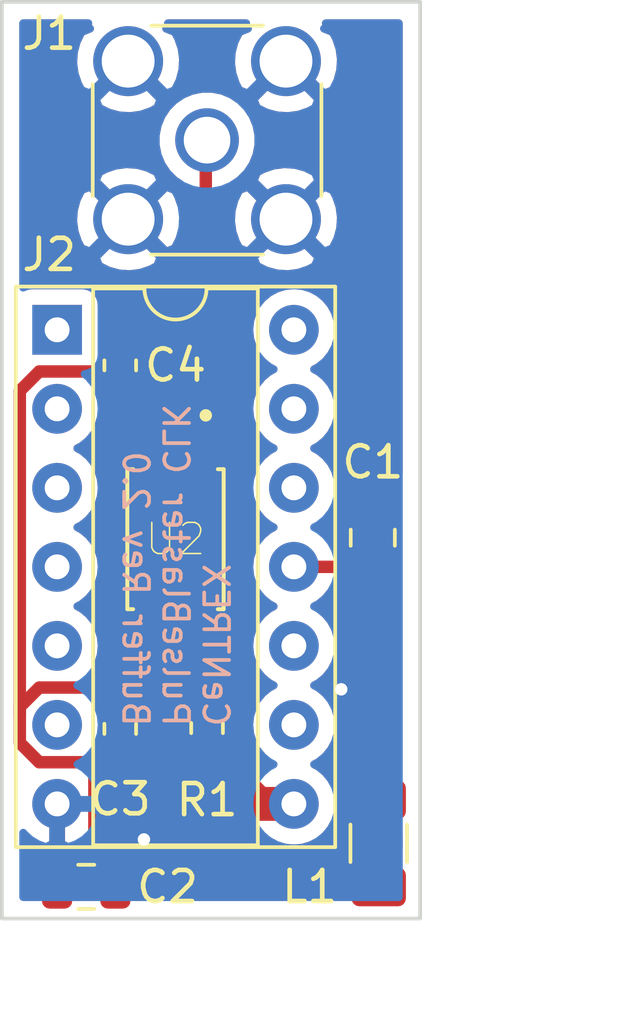
<source format=kicad_pcb>
(kicad_pcb (version 20171130) (host pcbnew "(5.1.4)-1")

  (general
    (thickness 1.6)
    (drawings 7)
    (tracks 34)
    (zones 0)
    (modules 9)
    (nets 19)
  )

  (page A4)
  (layers
    (0 F.Cu signal)
    (31 B.Cu signal)
    (32 B.Adhes user)
    (33 F.Adhes user)
    (34 B.Paste user)
    (35 F.Paste user)
    (36 B.SilkS user)
    (37 F.SilkS user)
    (38 B.Mask user)
    (39 F.Mask user)
    (40 Dwgs.User user)
    (41 Cmts.User user)
    (42 Eco1.User user)
    (43 Eco2.User user)
    (44 Edge.Cuts user)
    (45 Margin user)
    (46 B.CrtYd user)
    (47 F.CrtYd user)
    (48 B.Fab user)
    (49 F.Fab user hide)
  )

  (setup
    (last_trace_width 0.25)
    (trace_clearance 0.2)
    (zone_clearance 0.5)
    (zone_45_only no)
    (trace_min 0.2)
    (via_size 0.8)
    (via_drill 0.4)
    (via_min_size 0.4)
    (via_min_drill 0.3)
    (uvia_size 0.3)
    (uvia_drill 0.1)
    (uvias_allowed no)
    (uvia_min_size 0.2)
    (uvia_min_drill 0.1)
    (edge_width 0.12)
    (segment_width 0.2)
    (pcb_text_width 0.3)
    (pcb_text_size 1.5 1.5)
    (mod_edge_width 0.12)
    (mod_text_size 1 1)
    (mod_text_width 0.15)
    (pad_size 1.524 1.524)
    (pad_drill 0.762)
    (pad_to_mask_clearance 0.2)
    (aux_axis_origin 0 0)
    (visible_elements 7FFFFFFF)
    (pcbplotparams
      (layerselection 0x010fc_ffffffff)
      (usegerberextensions false)
      (usegerberattributes false)
      (usegerberadvancedattributes false)
      (creategerberjobfile false)
      (excludeedgelayer true)
      (linewidth 0.100000)
      (plotframeref false)
      (viasonmask false)
      (mode 1)
      (useauxorigin false)
      (hpglpennumber 1)
      (hpglpenspeed 20)
      (hpglpendiameter 15.000000)
      (psnegative false)
      (psa4output false)
      (plotreference true)
      (plotvalue true)
      (plotinvisibletext false)
      (padsonsilk false)
      (subtractmaskfromsilk false)
      (outputformat 1)
      (mirror false)
      (drillshape 0)
      (scaleselection 1)
      (outputdirectory "gerber/"))
  )

  (net 0 "")
  (net 1 GND)
  (net 2 VCC)
  (net 3 VD)
  (net 4 Clock_input)
  (net 5 "Net-(J2-Pad13)")
  (net 6 "Net-(J2-Pad6)")
  (net 7 "Net-(J2-Pad12)")
  (net 8 "Net-(J2-Pad5)")
  (net 9 D3.3V)
  (net 10 "Net-(J2-Pad4)")
  (net 11 "Net-(J2-Pad10)")
  (net 12 "Net-(J2-Pad3)")
  (net 13 "Net-(J2-Pad9)")
  (net 14 "Net-(J2-Pad2)")
  (net 15 Master_clock)
  (net 16 "Net-(J2-Pad1)")
  (net 17 "Net-(U2-Pad3)")
  (net 18 "Net-(R1-Pad2)")

  (net_class Default "This is the default net class."
    (clearance 0.2)
    (trace_width 0.25)
    (via_dia 0.8)
    (via_drill 0.4)
    (uvia_dia 0.3)
    (uvia_drill 0.1)
    (add_net Clock_input)
    (add_net D3.3V)
    (add_net GND)
    (add_net Master_clock)
    (add_net "Net-(J2-Pad1)")
    (add_net "Net-(J2-Pad10)")
    (add_net "Net-(J2-Pad12)")
    (add_net "Net-(J2-Pad13)")
    (add_net "Net-(J2-Pad2)")
    (add_net "Net-(J2-Pad3)")
    (add_net "Net-(J2-Pad4)")
    (add_net "Net-(J2-Pad5)")
    (add_net "Net-(J2-Pad6)")
    (add_net "Net-(J2-Pad9)")
    (add_net "Net-(R1-Pad2)")
    (add_net "Net-(U2-Pad3)")
    (add_net VCC)
    (add_net VD)
  )

  (module Capacitor_SMD:C_0603_1608Metric (layer F.Cu) (tedit 5B301BBE) (tstamp 5D65A227)
    (at 148.336 108.712 270)
    (descr "Capacitor SMD 0603 (1608 Metric), square (rectangular) end terminal, IPC_7351 nominal, (Body size source: http://www.tortai-tech.com/upload/download/2011102023233369053.pdf), generated with kicad-footprint-generator")
    (tags capacitor)
    (path /5D4B5F45)
    (attr smd)
    (fp_text reference C3 (at 2.2605 0 180) (layer F.SilkS)
      (effects (font (size 1 1) (thickness 0.15)))
    )
    (fp_text value 0.1u (at 0 1.43 90) (layer F.Fab)
      (effects (font (size 1 1) (thickness 0.15)))
    )
    (fp_text user %R (at 0 0 90) (layer F.Fab)
      (effects (font (size 0.4 0.4) (thickness 0.06)))
    )
    (fp_line (start 1.48 0.73) (end -1.48 0.73) (layer F.CrtYd) (width 0.05))
    (fp_line (start 1.48 -0.73) (end 1.48 0.73) (layer F.CrtYd) (width 0.05))
    (fp_line (start -1.48 -0.73) (end 1.48 -0.73) (layer F.CrtYd) (width 0.05))
    (fp_line (start -1.48 0.73) (end -1.48 -0.73) (layer F.CrtYd) (width 0.05))
    (fp_line (start -0.162779 0.51) (end 0.162779 0.51) (layer F.SilkS) (width 0.12))
    (fp_line (start -0.162779 -0.51) (end 0.162779 -0.51) (layer F.SilkS) (width 0.12))
    (fp_line (start 0.8 0.4) (end -0.8 0.4) (layer F.Fab) (width 0.1))
    (fp_line (start 0.8 -0.4) (end 0.8 0.4) (layer F.Fab) (width 0.1))
    (fp_line (start -0.8 -0.4) (end 0.8 -0.4) (layer F.Fab) (width 0.1))
    (fp_line (start -0.8 0.4) (end -0.8 -0.4) (layer F.Fab) (width 0.1))
    (pad 2 smd roundrect (at 0.7875 0 270) (size 0.875 0.95) (layers F.Cu F.Paste F.Mask) (roundrect_rratio 0.25)
      (net 1 GND))
    (pad 1 smd roundrect (at -0.7875 0 270) (size 0.875 0.95) (layers F.Cu F.Paste F.Mask) (roundrect_rratio 0.25)
      (net 3 VD))
    (model ${KISYS3DMOD}/Capacitor_SMD.3dshapes/C_0603_1608Metric.wrl
      (at (xyz 0 0 0))
      (scale (xyz 1 1 1))
      (rotate (xyz 0 0 0))
    )
  )

  (module Resistor_SMD:R_0603_1608Metric (layer F.Cu) (tedit 5B301BBD) (tstamp 5D659672)
    (at 151.13 108.6865 90)
    (descr "Resistor SMD 0603 (1608 Metric), square (rectangular) end terminal, IPC_7351 nominal, (Body size source: http://www.tortai-tech.com/upload/download/2011102023233369053.pdf), generated with kicad-footprint-generator")
    (tags resistor)
    (path /5D659320)
    (attr smd)
    (fp_text reference R1 (at -2.3115 0 180) (layer F.SilkS)
      (effects (font (size 1 1) (thickness 0.15)))
    )
    (fp_text value 10 (at 0 1.43 90) (layer F.Fab)
      (effects (font (size 1 1) (thickness 0.15)))
    )
    (fp_text user %R (at 0 0 90) (layer F.Fab)
      (effects (font (size 0.4 0.4) (thickness 0.06)))
    )
    (fp_line (start 1.48 0.73) (end -1.48 0.73) (layer F.CrtYd) (width 0.05))
    (fp_line (start 1.48 -0.73) (end 1.48 0.73) (layer F.CrtYd) (width 0.05))
    (fp_line (start -1.48 -0.73) (end 1.48 -0.73) (layer F.CrtYd) (width 0.05))
    (fp_line (start -1.48 0.73) (end -1.48 -0.73) (layer F.CrtYd) (width 0.05))
    (fp_line (start -0.162779 0.51) (end 0.162779 0.51) (layer F.SilkS) (width 0.12))
    (fp_line (start -0.162779 -0.51) (end 0.162779 -0.51) (layer F.SilkS) (width 0.12))
    (fp_line (start 0.8 0.4) (end -0.8 0.4) (layer F.Fab) (width 0.1))
    (fp_line (start 0.8 -0.4) (end 0.8 0.4) (layer F.Fab) (width 0.1))
    (fp_line (start -0.8 -0.4) (end 0.8 -0.4) (layer F.Fab) (width 0.1))
    (fp_line (start -0.8 0.4) (end -0.8 -0.4) (layer F.Fab) (width 0.1))
    (pad 2 smd roundrect (at 0.7875 0 90) (size 0.875 0.95) (layers F.Cu F.Paste F.Mask) (roundrect_rratio 0.25)
      (net 18 "Net-(R1-Pad2)"))
    (pad 1 smd roundrect (at -0.7875 0 90) (size 0.875 0.95) (layers F.Cu F.Paste F.Mask) (roundrect_rratio 0.25)
      (net 15 Master_clock))
    (model ${KISYS3DMOD}/Resistor_SMD.3dshapes/R_0603_1608Metric.wrl
      (at (xyz 0 0 0))
      (scale (xyz 1 1 1))
      (rotate (xyz 0 0 0))
    )
  )

  (module Capacitor_SMD:C_0603_1608Metric (layer F.Cu) (tedit 5B301BBE) (tstamp 5D659E75)
    (at 148.336 97.028 270)
    (descr "Capacitor SMD 0603 (1608 Metric), square (rectangular) end terminal, IPC_7351 nominal, (Body size source: http://www.tortai-tech.com/upload/download/2011102023233369053.pdf), generated with kicad-footprint-generator")
    (tags capacitor)
    (path /5D662126)
    (attr smd)
    (fp_text reference C4 (at 0 -1.778 180) (layer F.SilkS)
      (effects (font (size 1 1) (thickness 0.15)))
    )
    (fp_text value 0.1u (at 0 1.43 90) (layer F.Fab)
      (effects (font (size 1 1) (thickness 0.15)))
    )
    (fp_text user %R (at 0 0 90) (layer F.Fab)
      (effects (font (size 0.4 0.4) (thickness 0.06)))
    )
    (fp_line (start 1.48 0.73) (end -1.48 0.73) (layer F.CrtYd) (width 0.05))
    (fp_line (start 1.48 -0.73) (end 1.48 0.73) (layer F.CrtYd) (width 0.05))
    (fp_line (start -1.48 -0.73) (end 1.48 -0.73) (layer F.CrtYd) (width 0.05))
    (fp_line (start -1.48 0.73) (end -1.48 -0.73) (layer F.CrtYd) (width 0.05))
    (fp_line (start -0.162779 0.51) (end 0.162779 0.51) (layer F.SilkS) (width 0.12))
    (fp_line (start -0.162779 -0.51) (end 0.162779 -0.51) (layer F.SilkS) (width 0.12))
    (fp_line (start 0.8 0.4) (end -0.8 0.4) (layer F.Fab) (width 0.1))
    (fp_line (start 0.8 -0.4) (end 0.8 0.4) (layer F.Fab) (width 0.1))
    (fp_line (start -0.8 -0.4) (end 0.8 -0.4) (layer F.Fab) (width 0.1))
    (fp_line (start -0.8 0.4) (end -0.8 -0.4) (layer F.Fab) (width 0.1))
    (pad 2 smd roundrect (at 0.7875 0 270) (size 0.875 0.95) (layers F.Cu F.Paste F.Mask) (roundrect_rratio 0.25)
      (net 3 VD))
    (pad 1 smd roundrect (at -0.7875 0 270) (size 0.875 0.95) (layers F.Cu F.Paste F.Mask) (roundrect_rratio 0.25)
      (net 1 GND))
    (model ${KISYS3DMOD}/Capacitor_SMD.3dshapes/C_0603_1608Metric.wrl
      (at (xyz 0 0 0))
      (scale (xyz 1 1 1))
      (rotate (xyz 0 0 0))
    )
  )

  (module Capacitor_SMD:C_0805_2012Metric (layer F.Cu) (tedit 5B36C52B) (tstamp 5D82C2B9)
    (at 147.2415 113.792 180)
    (descr "Capacitor SMD 0805 (2012 Metric), square (rectangular) end terminal, IPC_7351 nominal, (Body size source: https://docs.google.com/spreadsheets/d/1BsfQQcO9C6DZCsRaXUlFlo91Tg2WpOkGARC1WS5S8t0/edit?usp=sharing), generated with kicad-footprint-generator")
    (tags capacitor)
    (path /5D4B5F13)
    (attr smd)
    (fp_text reference C2 (at -2.6185 0) (layer F.SilkS)
      (effects (font (size 1 1) (thickness 0.15)))
    )
    (fp_text value 1u (at 0 1.65) (layer F.Fab)
      (effects (font (size 1 1) (thickness 0.15)))
    )
    (fp_text user %R (at 0 0) (layer F.Fab)
      (effects (font (size 0.5 0.5) (thickness 0.08)))
    )
    (fp_line (start 1.68 0.95) (end -1.68 0.95) (layer F.CrtYd) (width 0.05))
    (fp_line (start 1.68 -0.95) (end 1.68 0.95) (layer F.CrtYd) (width 0.05))
    (fp_line (start -1.68 -0.95) (end 1.68 -0.95) (layer F.CrtYd) (width 0.05))
    (fp_line (start -1.68 0.95) (end -1.68 -0.95) (layer F.CrtYd) (width 0.05))
    (fp_line (start -0.258578 0.71) (end 0.258578 0.71) (layer F.SilkS) (width 0.12))
    (fp_line (start -0.258578 -0.71) (end 0.258578 -0.71) (layer F.SilkS) (width 0.12))
    (fp_line (start 1 0.6) (end -1 0.6) (layer F.Fab) (width 0.1))
    (fp_line (start 1 -0.6) (end 1 0.6) (layer F.Fab) (width 0.1))
    (fp_line (start -1 -0.6) (end 1 -0.6) (layer F.Fab) (width 0.1))
    (fp_line (start -1 0.6) (end -1 -0.6) (layer F.Fab) (width 0.1))
    (pad 2 smd roundrect (at 0.9375 0 180) (size 0.975 1.4) (layers F.Cu F.Paste F.Mask) (roundrect_rratio 0.25)
      (net 1 GND))
    (pad 1 smd roundrect (at -0.9375 0 180) (size 0.975 1.4) (layers F.Cu F.Paste F.Mask) (roundrect_rratio 0.25)
      (net 3 VD))
    (model ${KISYS3DMOD}/Capacitor_SMD.3dshapes/C_0805_2012Metric.wrl
      (at (xyz 0 0 0))
      (scale (xyz 1 1 1))
      (rotate (xyz 0 0 0))
    )
  )

  (module Capacitor_SMD:C_0805_2012Metric (layer F.Cu) (tedit 5B36C52B) (tstamp 5D658DA2)
    (at 156.464 102.5675 90)
    (descr "Capacitor SMD 0805 (2012 Metric), square (rectangular) end terminal, IPC_7351 nominal, (Body size source: https://docs.google.com/spreadsheets/d/1BsfQQcO9C6DZCsRaXUlFlo91Tg2WpOkGARC1WS5S8t0/edit?usp=sharing), generated with kicad-footprint-generator")
    (tags capacitor)
    (path /5D4B5E79)
    (attr smd)
    (fp_text reference C1 (at 2.428 0 180) (layer F.SilkS)
      (effects (font (size 1 1) (thickness 0.15)))
    )
    (fp_text value 10u (at 0 1.65 90) (layer F.Fab)
      (effects (font (size 1 1) (thickness 0.15)))
    )
    (fp_text user %R (at 0 0 90) (layer F.Fab)
      (effects (font (size 0.5 0.5) (thickness 0.08)))
    )
    (fp_line (start 1.68 0.95) (end -1.68 0.95) (layer F.CrtYd) (width 0.05))
    (fp_line (start 1.68 -0.95) (end 1.68 0.95) (layer F.CrtYd) (width 0.05))
    (fp_line (start -1.68 -0.95) (end 1.68 -0.95) (layer F.CrtYd) (width 0.05))
    (fp_line (start -1.68 0.95) (end -1.68 -0.95) (layer F.CrtYd) (width 0.05))
    (fp_line (start -0.258578 0.71) (end 0.258578 0.71) (layer F.SilkS) (width 0.12))
    (fp_line (start -0.258578 -0.71) (end 0.258578 -0.71) (layer F.SilkS) (width 0.12))
    (fp_line (start 1 0.6) (end -1 0.6) (layer F.Fab) (width 0.1))
    (fp_line (start 1 -0.6) (end 1 0.6) (layer F.Fab) (width 0.1))
    (fp_line (start -1 -0.6) (end 1 -0.6) (layer F.Fab) (width 0.1))
    (fp_line (start -1 0.6) (end -1 -0.6) (layer F.Fab) (width 0.1))
    (pad 2 smd roundrect (at 0.9375 0 90) (size 0.975 1.4) (layers F.Cu F.Paste F.Mask) (roundrect_rratio 0.25)
      (net 1 GND))
    (pad 1 smd roundrect (at -0.9375 0 90) (size 0.975 1.4) (layers F.Cu F.Paste F.Mask) (roundrect_rratio 0.25)
      (net 2 VCC))
    (model ${KISYS3DMOD}/Capacitor_SMD.3dshapes/C_0805_2012Metric.wrl
      (at (xyz 0 0 0))
      (scale (xyz 1 1 1))
      (rotate (xyz 0 0 0))
    )
  )

  (module CDCLVC1102PWR:SOP65P640X120-8N (layer F.Cu) (tedit 0) (tstamp 5D82B7AC)
    (at 150.114 102.616 270)
    (descr "Small Outline Pkg (SOP), 0.65 mm pitch; 8 pin, 3.00 mm L X 4.40 mm W X 1.20 mm H body<p><i>PCB Libraries Packages</i>")
    (path /5D4B5414)
    (attr smd)
    (fp_text reference U2 (at 0 0 180) (layer F.SilkS)
      (effects (font (size 1.00126 1.00126) (thickness 0.05)))
    )
    (fp_text value " " (at -0.686175 2.87176 90) (layer F.SilkS)
      (effects (font (size 1.00054 1.00054) (thickness 0.05)))
    )
    (fp_circle (center -1.821 -1.102) (end -1.721 -1.102) (layer Eco2.User) (width 0.2))
    (fp_line (start -2.25 1.55) (end 2.25 1.55) (layer Eco2.User) (width 0.127))
    (fp_line (start 2.25 1.55) (end 2.25 1.3635) (layer F.SilkS) (width 0.127))
    (fp_line (start -2.25 1.55) (end 2.25 1.55) (layer F.SilkS) (width 0.127))
    (fp_line (start -2.25 1.3635) (end -2.25 1.55) (layer F.SilkS) (width 0.127))
    (fp_line (start 2.25 -1.55) (end 2.25 -1.3635) (layer F.SilkS) (width 0.127))
    (fp_line (start -2.25 -1.55) (end 2.25 -1.55) (layer F.SilkS) (width 0.127))
    (fp_line (start -2.25 -1.3635) (end -2.25 -1.55) (layer F.SilkS) (width 0.127))
    (fp_line (start 2.25 -1.55) (end 2.25 1.55) (layer Eco2.User) (width 0.127))
    (fp_line (start -2.25 -1.55) (end 2.25 -1.55) (layer Eco2.User) (width 0.127))
    (fp_line (start -2.25 1.55) (end -2.25 -1.55) (layer Eco2.User) (width 0.127))
    (fp_line (start 2.5 -1.8) (end -2.5 -1.8) (layer Eco1.User) (width 0.05))
    (fp_line (start 2.5 -1.43) (end 2.5 -1.8) (layer Eco1.User) (width 0.05))
    (fp_line (start 3.91 -1.43) (end 2.5 -1.43) (layer Eco1.User) (width 0.05))
    (fp_line (start 3.91 1.43) (end 3.91 -1.43) (layer Eco1.User) (width 0.05))
    (fp_line (start 2.5 1.43) (end 3.91 1.43) (layer Eco1.User) (width 0.05))
    (fp_line (start 2.5 1.8) (end 2.5 1.43) (layer Eco1.User) (width 0.05))
    (fp_line (start -2.5 1.8) (end 2.5 1.8) (layer Eco1.User) (width 0.05))
    (fp_line (start -2.5 1.43) (end -2.5 1.8) (layer Eco1.User) (width 0.05))
    (fp_line (start -3.91 1.43) (end -2.5 1.43) (layer Eco1.User) (width 0.05))
    (fp_line (start -3.91 -1.43) (end -3.91 1.43) (layer Eco1.User) (width 0.05))
    (fp_line (start -2.5 -1.43) (end -3.91 -1.43) (layer Eco1.User) (width 0.05))
    (fp_line (start -2.5 -1.8) (end -2.5 -1.43) (layer Eco1.User) (width 0.05))
    (fp_circle (center -3.98 -0.975) (end -3.88 -0.975) (layer F.SilkS) (width 0.2))
    (pad 8 smd rect (at 2.87 -0.975 270) (size 1.57 0.41) (layers F.Cu F.Paste F.Mask)
      (net 18 "Net-(R1-Pad2)"))
    (pad 7 smd rect (at 2.87 -0.325 270) (size 1.57 0.41) (layers F.Cu F.Paste F.Mask))
    (pad 6 smd rect (at 2.87 0.325 270) (size 1.57 0.41) (layers F.Cu F.Paste F.Mask)
      (net 3 VD))
    (pad 5 smd rect (at 2.87 0.975 270) (size 1.57 0.41) (layers F.Cu F.Paste F.Mask))
    (pad 4 smd rect (at -2.87 0.975 90) (size 1.57 0.41) (layers F.Cu F.Paste F.Mask)
      (net 1 GND))
    (pad 3 smd rect (at -2.87 0.325 90) (size 1.57 0.41) (layers F.Cu F.Paste F.Mask)
      (net 17 "Net-(U2-Pad3)"))
    (pad 2 smd rect (at -2.87 -0.325 90) (size 1.57 0.41) (layers F.Cu F.Paste F.Mask)
      (net 3 VD))
    (pad 1 smd rect (at -2.87 -0.975 90) (size 1.57 0.41) (layers F.Cu F.Paste F.Mask)
      (net 4 Clock_input))
  )

  (module Inductor_SMD:L_1206_3216Metric (layer F.Cu) (tedit 5B301BBE) (tstamp 5D5B517B)
    (at 156.6545 112.392 270)
    (descr "Inductor SMD 1206 (3216 Metric), square (rectangular) end terminal, IPC_7351 nominal, (Body size source: http://www.tortai-tech.com/upload/download/2011102023233369053.pdf), generated with kicad-footprint-generator")
    (tags inductor)
    (path /5D4B6730)
    (attr smd)
    (fp_text reference L1 (at 1.4 2.2225 180) (layer F.SilkS)
      (effects (font (size 1 1) (thickness 0.15)))
    )
    (fp_text value L_Core_Ferrite (at 0 1.82 90) (layer F.Fab)
      (effects (font (size 1 1) (thickness 0.15)))
    )
    (fp_text user %R (at 0 0 90) (layer F.Fab)
      (effects (font (size 0.8 0.8) (thickness 0.12)))
    )
    (fp_line (start 2.28 1.12) (end -2.28 1.12) (layer F.CrtYd) (width 0.05))
    (fp_line (start 2.28 -1.12) (end 2.28 1.12) (layer F.CrtYd) (width 0.05))
    (fp_line (start -2.28 -1.12) (end 2.28 -1.12) (layer F.CrtYd) (width 0.05))
    (fp_line (start -2.28 1.12) (end -2.28 -1.12) (layer F.CrtYd) (width 0.05))
    (fp_line (start -0.602064 0.91) (end 0.602064 0.91) (layer F.SilkS) (width 0.12))
    (fp_line (start -0.602064 -0.91) (end 0.602064 -0.91) (layer F.SilkS) (width 0.12))
    (fp_line (start 1.6 0.8) (end -1.6 0.8) (layer F.Fab) (width 0.1))
    (fp_line (start 1.6 -0.8) (end 1.6 0.8) (layer F.Fab) (width 0.1))
    (fp_line (start -1.6 -0.8) (end 1.6 -0.8) (layer F.Fab) (width 0.1))
    (fp_line (start -1.6 0.8) (end -1.6 -0.8) (layer F.Fab) (width 0.1))
    (pad 2 smd roundrect (at 1.4 0 270) (size 1.25 1.75) (layers F.Cu F.Paste F.Mask) (roundrect_rratio 0.2)
      (net 3 VD))
    (pad 1 smd roundrect (at -1.4 0 270) (size 1.25 1.75) (layers F.Cu F.Paste F.Mask) (roundrect_rratio 0.2)
      (net 2 VCC))
    (model ${KISYS3DMOD}/Inductor_SMD.3dshapes/L_1206_3216Metric.wrl
      (at (xyz 0 0 0))
      (scale (xyz 1 1 1))
      (rotate (xyz 0 0 0))
    )
  )

  (module Package_DIP:DIP-14_W7.62mm_Socket (layer F.Cu) (tedit 5A02E8C5) (tstamp 5D5B516A)
    (at 146.304 95.885)
    (descr "14-lead though-hole mounted DIP package, row spacing 7.62 mm (300 mils), Socket")
    (tags "THT DIP DIL PDIP 2.54mm 7.62mm 300mil Socket")
    (path /5D4B3594)
    (fp_text reference J2 (at -0.254 -2.413) (layer F.SilkS)
      (effects (font (size 1 1) (thickness 0.15)))
    )
    (fp_text value Conn_02x07_Counter_Clockwise (at 3.81 17.57) (layer F.Fab)
      (effects (font (size 1 1) (thickness 0.15)))
    )
    (fp_text user %R (at 3.81 7.62) (layer F.Fab)
      (effects (font (size 1 1) (thickness 0.15)))
    )
    (fp_line (start 9.15 -1.6) (end -1.55 -1.6) (layer F.CrtYd) (width 0.05))
    (fp_line (start 9.15 16.85) (end 9.15 -1.6) (layer F.CrtYd) (width 0.05))
    (fp_line (start -1.55 16.85) (end 9.15 16.85) (layer F.CrtYd) (width 0.05))
    (fp_line (start -1.55 -1.6) (end -1.55 16.85) (layer F.CrtYd) (width 0.05))
    (fp_line (start 8.95 -1.39) (end -1.33 -1.39) (layer F.SilkS) (width 0.12))
    (fp_line (start 8.95 16.63) (end 8.95 -1.39) (layer F.SilkS) (width 0.12))
    (fp_line (start -1.33 16.63) (end 8.95 16.63) (layer F.SilkS) (width 0.12))
    (fp_line (start -1.33 -1.39) (end -1.33 16.63) (layer F.SilkS) (width 0.12))
    (fp_line (start 6.46 -1.33) (end 4.81 -1.33) (layer F.SilkS) (width 0.12))
    (fp_line (start 6.46 16.57) (end 6.46 -1.33) (layer F.SilkS) (width 0.12))
    (fp_line (start 1.16 16.57) (end 6.46 16.57) (layer F.SilkS) (width 0.12))
    (fp_line (start 1.16 -1.33) (end 1.16 16.57) (layer F.SilkS) (width 0.12))
    (fp_line (start 2.81 -1.33) (end 1.16 -1.33) (layer F.SilkS) (width 0.12))
    (fp_line (start 8.89 -1.33) (end -1.27 -1.33) (layer F.Fab) (width 0.1))
    (fp_line (start 8.89 16.57) (end 8.89 -1.33) (layer F.Fab) (width 0.1))
    (fp_line (start -1.27 16.57) (end 8.89 16.57) (layer F.Fab) (width 0.1))
    (fp_line (start -1.27 -1.33) (end -1.27 16.57) (layer F.Fab) (width 0.1))
    (fp_line (start 0.635 -0.27) (end 1.635 -1.27) (layer F.Fab) (width 0.1))
    (fp_line (start 0.635 16.51) (end 0.635 -0.27) (layer F.Fab) (width 0.1))
    (fp_line (start 6.985 16.51) (end 0.635 16.51) (layer F.Fab) (width 0.1))
    (fp_line (start 6.985 -1.27) (end 6.985 16.51) (layer F.Fab) (width 0.1))
    (fp_line (start 1.635 -1.27) (end 6.985 -1.27) (layer F.Fab) (width 0.1))
    (fp_arc (start 3.81 -1.33) (end 2.81 -1.33) (angle -180) (layer F.SilkS) (width 0.12))
    (pad 14 thru_hole oval (at 7.62 0) (size 1.6 1.6) (drill 0.8) (layers *.Cu *.Mask)
      (net 9 D3.3V))
    (pad 7 thru_hole oval (at 0 15.24) (size 1.6 1.6) (drill 0.8) (layers *.Cu *.Mask)
      (net 1 GND))
    (pad 13 thru_hole oval (at 7.62 2.54) (size 1.6 1.6) (drill 0.8) (layers *.Cu *.Mask)
      (net 5 "Net-(J2-Pad13)"))
    (pad 6 thru_hole oval (at 0 12.7) (size 1.6 1.6) (drill 0.8) (layers *.Cu *.Mask)
      (net 6 "Net-(J2-Pad6)"))
    (pad 12 thru_hole oval (at 7.62 5.08) (size 1.6 1.6) (drill 0.8) (layers *.Cu *.Mask)
      (net 7 "Net-(J2-Pad12)"))
    (pad 5 thru_hole oval (at 0 10.16) (size 1.6 1.6) (drill 0.8) (layers *.Cu *.Mask)
      (net 8 "Net-(J2-Pad5)"))
    (pad 11 thru_hole oval (at 7.62 7.62) (size 1.6 1.6) (drill 0.8) (layers *.Cu *.Mask)
      (net 2 VCC))
    (pad 4 thru_hole oval (at 0 7.62) (size 1.6 1.6) (drill 0.8) (layers *.Cu *.Mask)
      (net 10 "Net-(J2-Pad4)"))
    (pad 10 thru_hole oval (at 7.62 10.16) (size 1.6 1.6) (drill 0.8) (layers *.Cu *.Mask)
      (net 11 "Net-(J2-Pad10)"))
    (pad 3 thru_hole oval (at 0 5.08) (size 1.6 1.6) (drill 0.8) (layers *.Cu *.Mask)
      (net 12 "Net-(J2-Pad3)"))
    (pad 9 thru_hole oval (at 7.62 12.7) (size 1.6 1.6) (drill 0.8) (layers *.Cu *.Mask)
      (net 13 "Net-(J2-Pad9)"))
    (pad 2 thru_hole oval (at 0 2.54) (size 1.6 1.6) (drill 0.8) (layers *.Cu *.Mask)
      (net 14 "Net-(J2-Pad2)"))
    (pad 8 thru_hole oval (at 7.62 15.24) (size 1.6 1.6) (drill 0.8) (layers *.Cu *.Mask)
      (net 15 Master_clock))
    (pad 1 thru_hole rect (at 0 0) (size 1.6 1.6) (drill 0.8) (layers *.Cu *.Mask)
      (net 16 "Net-(J2-Pad1)"))
    (model ${KISYS3DMOD}/Package_DIP.3dshapes/DIP-14_W7.62mm_Socket.wrl
      (at (xyz 0 0 0))
      (scale (xyz 1 1 1))
      (rotate (xyz 0 0 0))
    )
  )

  (module Connector_Coaxial:SMA_Amphenol_132134_Vertical (layer F.Cu) (tedit 5B2F4DB6) (tstamp 5D5B5140)
    (at 151.13 89.789)
    (descr https://www.amphenolrf.com/downloads/dl/file/id/2187/product/2843/132134_customer_drawing.pdf)
    (tags "SMA THT Female Jack Vertical ExtendedLegs")
    (path /5D4B36B5)
    (fp_text reference J1 (at -5.08 -3.429) (layer F.SilkS)
      (effects (font (size 1 1) (thickness 0.15)))
    )
    (fp_text value Conn_Coaxial (at 0 5) (layer F.Fab)
      (effects (font (size 1 1) (thickness 0.15)))
    )
    (fp_text user %R (at 0 0) (layer F.Fab)
      (effects (font (size 1 1) (thickness 0.15)))
    )
    (fp_line (start -1.8 -3.68) (end 1.8 -3.68) (layer F.SilkS) (width 0.12))
    (fp_line (start -1.8 3.68) (end 1.8 3.68) (layer F.SilkS) (width 0.12))
    (fp_line (start 3.68 -1.8) (end 3.68 1.8) (layer F.SilkS) (width 0.12))
    (fp_line (start -3.68 -1.8) (end -3.68 1.8) (layer F.SilkS) (width 0.12))
    (fp_line (start 3.5 -3.5) (end 3.5 3.5) (layer F.Fab) (width 0.1))
    (fp_line (start -3.5 3.5) (end 3.5 3.5) (layer F.Fab) (width 0.1))
    (fp_line (start -3.5 -3.5) (end -3.5 3.5) (layer F.Fab) (width 0.1))
    (fp_line (start -3.5 -3.5) (end 3.5 -3.5) (layer F.Fab) (width 0.1))
    (fp_line (start -4.17 -4.17) (end 4.17 -4.17) (layer F.CrtYd) (width 0.05))
    (fp_line (start -4.17 -4.17) (end -4.17 4.17) (layer F.CrtYd) (width 0.05))
    (fp_line (start 4.17 4.17) (end 4.17 -4.17) (layer F.CrtYd) (width 0.05))
    (fp_line (start 4.17 4.17) (end -4.17 4.17) (layer F.CrtYd) (width 0.05))
    (fp_circle (center 0 0) (end 3.175 0) (layer F.Fab) (width 0.1))
    (pad 2 thru_hole circle (at -2.54 2.54) (size 2.25 2.25) (drill 1.7) (layers *.Cu *.Mask)
      (net 1 GND))
    (pad 2 thru_hole circle (at -2.54 -2.54) (size 2.25 2.25) (drill 1.7) (layers *.Cu *.Mask)
      (net 1 GND))
    (pad 2 thru_hole circle (at 2.54 -2.54) (size 2.25 2.25) (drill 1.7) (layers *.Cu *.Mask)
      (net 1 GND))
    (pad 2 thru_hole circle (at 2.54 2.54) (size 2.25 2.25) (drill 1.7) (layers *.Cu *.Mask)
      (net 1 GND))
    (pad 1 thru_hole circle (at 0 0) (size 2.05 2.05) (drill 1.5) (layers *.Cu *.Mask)
      (net 4 Clock_input))
    (model ${KISYS3DMOD}/Connector_Coaxial.3dshapes/SMA_Amphenol_132134_Vertical.wrl
      (at (xyz 0 0 0))
      (scale (xyz 1 1 1))
      (rotate (xyz 0 0 0))
    )
  )

  (dimension 29.464 (width 0.05) (layer F.CrtYd)
    (gr_text "29.464 mm" (at 163.252 100.076 90) (layer F.CrtYd)
      (effects (font (size 1 1) (thickness 0.15)))
    )
    (feature1 (pts (xy 157.988 85.344) (xy 162.638421 85.344)))
    (feature2 (pts (xy 157.988 114.808) (xy 162.638421 114.808)))
    (crossbar (pts (xy 162.052 114.808) (xy 162.052 85.344)))
    (arrow1a (pts (xy 162.052 85.344) (xy 162.638421 86.470504)))
    (arrow1b (pts (xy 162.052 85.344) (xy 161.465579 86.470504)))
    (arrow2a (pts (xy 162.052 114.808) (xy 162.638421 113.681496)))
    (arrow2b (pts (xy 162.052 114.808) (xy 161.465579 113.681496)))
  )
  (dimension 13.462 (width 0.05) (layer F.CrtYd)
    (gr_text "13.462 mm" (at 151.257 118.802) (layer F.CrtYd)
      (effects (font (size 1 1) (thickness 0.15)))
    )
    (feature1 (pts (xy 144.526 114.808) (xy 144.526 118.188421)))
    (feature2 (pts (xy 157.988 114.808) (xy 157.988 118.188421)))
    (crossbar (pts (xy 157.988 117.602) (xy 144.526 117.602)))
    (arrow1a (pts (xy 144.526 117.602) (xy 145.652504 117.015579)))
    (arrow1b (pts (xy 144.526 117.602) (xy 145.652504 118.188421)))
    (arrow2a (pts (xy 157.988 117.602) (xy 156.861496 117.015579)))
    (arrow2b (pts (xy 157.988 117.602) (xy 156.861496 118.188421)))
  )
  (gr_text "CeNTREX \nPulseBlaster CLK\nBuffer Rev 2.0" (at 150.114 108.712 270) (layer B.SilkS)
    (effects (font (size 0.8 0.8) (thickness 0.12)) (justify left mirror))
  )
  (gr_line (start 157.988 85.344) (end 157.988 114.808) (layer Edge.Cuts) (width 0.12) (tstamp 5D82C464))
  (gr_line (start 144.526 85.344) (end 157.988 85.344) (layer Edge.Cuts) (width 0.12))
  (gr_line (start 144.526 114.808) (end 144.526 85.344) (layer Edge.Cuts) (width 0.12))
  (gr_line (start 157.988 114.808) (end 144.526 114.808) (layer Edge.Cuts) (width 0.12))

  (via (at 155.448 107.442) (size 0.8) (drill 0.4) (layers F.Cu B.Cu) (net 1))
  (via (at 149.098 112.268) (size 0.8) (drill 0.4) (layers F.Cu B.Cu) (net 1))
  (segment (start 156.6545 103.6955) (end 156.464 103.505) (width 0.4) (layer F.Cu) (net 2))
  (segment (start 156.6545 110.992) (end 156.6545 103.6955) (width 0.4) (layer F.Cu) (net 2))
  (segment (start 156.464 103.505) (end 153.924 103.505) (width 0.4) (layer F.Cu) (net 2))
  (segment (start 149.789 106.4715) (end 148.336 107.9245) (width 0.4) (layer F.Cu) (net 3))
  (segment (start 149.789 105.486) (end 149.789 106.4715) (width 0.4) (layer F.Cu) (net 3))
  (segment (start 147.874388 107.462888) (end 148.336 107.9245) (width 0.4) (layer F.Cu) (net 3))
  (segment (start 147.796499 107.384999) (end 147.874388 107.462888) (width 0.4) (layer F.Cu) (net 3))
  (segment (start 145.727999 107.384999) (end 147.796499 107.384999) (width 0.4) (layer F.Cu) (net 3))
  (segment (start 145.103999 108.008999) (end 145.727999 107.384999) (width 0.4) (layer F.Cu) (net 3))
  (segment (start 147.271441 109.785001) (end 145.727999 109.785001) (width 0.4) (layer F.Cu) (net 3))
  (segment (start 147.504001 110.017561) (end 147.271441 109.785001) (width 0.4) (layer F.Cu) (net 3))
  (segment (start 145.727999 109.785001) (end 145.103999 109.161001) (width 0.4) (layer F.Cu) (net 3))
  (segment (start 147.504001 113.117001) (end 147.504001 110.017561) (width 0.4) (layer F.Cu) (net 3))
  (segment (start 148.179 113.792) (end 147.504001 113.117001) (width 0.4) (layer F.Cu) (net 3))
  (segment (start 148.7665 113.792) (end 156.6545 113.792) (width 0.4) (layer F.Cu) (net 3))
  (segment (start 148.179 113.792) (end 148.7665 113.792) (width 0.4) (layer F.Cu) (net 3))
  (segment (start 147.874388 97.353888) (end 148.336 97.8155) (width 0.4) (layer F.Cu) (net 3))
  (segment (start 145.727999 97.224999) (end 147.745499 97.224999) (width 0.4) (layer F.Cu) (net 3))
  (segment (start 147.745499 97.224999) (end 147.874388 97.353888) (width 0.4) (layer F.Cu) (net 3))
  (segment (start 145.103999 97.848999) (end 145.727999 97.224999) (width 0.4) (layer F.Cu) (net 3))
  (segment (start 145.103999 108.273999) (end 145.103999 97.848999) (width 0.4) (layer F.Cu) (net 3))
  (segment (start 145.103999 108.273999) (end 145.103999 108.008999) (width 0.4) (layer F.Cu) (net 3))
  (segment (start 145.103999 109.161001) (end 145.103999 108.273999) (width 0.4) (layer F.Cu) (net 3))
  (segment (start 149.6935 97.8155) (end 148.336 97.8155) (width 0.4) (layer F.Cu) (net 3))
  (segment (start 150.439 98.561) (end 149.6935 97.8155) (width 0.4) (layer F.Cu) (net 3))
  (segment (start 150.439 99.746) (end 150.439 98.561) (width 0.4) (layer F.Cu) (net 3))
  (segment (start 151.089 89.83) (end 151.13 89.789) (width 0.4) (layer F.Cu) (net 4))
  (segment (start 151.089 99.746) (end 151.089 89.83) (width 0.4) (layer F.Cu) (net 4))
  (segment (start 152.781 111.125) (end 151.13 109.474) (width 1.09) (layer F.Cu) (net 15))
  (segment (start 153.924 111.125) (end 152.781 111.125) (width 1.09) (layer F.Cu) (net 15))
  (segment (start 151.089 107.858) (end 151.13 107.899) (width 0.4) (layer F.Cu) (net 18))
  (segment (start 151.089 105.486) (end 151.089 107.858) (width 0.4) (layer F.Cu) (net 18))

  (zone (net 1) (net_name GND) (layer B.Cu) (tstamp 0) (hatch edge 0.508)
    (connect_pads (clearance 0.5))
    (min_thickness 0.254)
    (fill yes (arc_segments 32) (thermal_gap 0.508) (thermal_bridge_width 0.508))
    (polygon
      (pts
        (xy 157.988 114.808) (xy 144.526 114.808) (xy 144.526 85.344) (xy 157.988 85.344)
      )
    )
    (filled_polygon
      (pts
        (xy 147.250101 86.088709) (xy 147.365467 86.204075) (xy 147.088286 86.314921) (xy 146.934911 86.62584) (xy 146.84514 86.960705)
        (xy 146.822424 87.30665) (xy 146.867634 87.65038) (xy 146.979034 87.978685) (xy 147.088286 88.183079) (xy 147.365469 88.293926)
        (xy 148.410395 87.249) (xy 148.396253 87.234858) (xy 148.575858 87.055253) (xy 148.59 87.069395) (xy 148.604143 87.055253)
        (xy 148.783748 87.234858) (xy 148.769605 87.249) (xy 149.814531 88.293926) (xy 150.091714 88.183079) (xy 150.245089 87.87216)
        (xy 150.33486 87.537295) (xy 150.357576 87.19135) (xy 150.312366 86.84762) (xy 150.200966 86.519315) (xy 150.091714 86.314921)
        (xy 149.814533 86.204075) (xy 149.929899 86.088709) (xy 149.87219 86.031) (xy 152.38781 86.031) (xy 152.330101 86.088709)
        (xy 152.445467 86.204075) (xy 152.168286 86.314921) (xy 152.014911 86.62584) (xy 151.92514 86.960705) (xy 151.902424 87.30665)
        (xy 151.947634 87.65038) (xy 152.059034 87.978685) (xy 152.168286 88.183079) (xy 152.445469 88.293926) (xy 153.490395 87.249)
        (xy 153.476253 87.234858) (xy 153.655858 87.055253) (xy 153.67 87.069395) (xy 153.684143 87.055253) (xy 153.863748 87.234858)
        (xy 153.849605 87.249) (xy 154.894531 88.293926) (xy 155.171714 88.183079) (xy 155.325089 87.87216) (xy 155.41486 87.537295)
        (xy 155.437576 87.19135) (xy 155.392366 86.84762) (xy 155.280966 86.519315) (xy 155.171714 86.314921) (xy 154.894533 86.204075)
        (xy 155.009899 86.088709) (xy 154.95219 86.031) (xy 157.301 86.031) (xy 157.301001 114.121) (xy 145.213 114.121)
        (xy 145.213 112.05134) (xy 145.240481 112.088414) (xy 145.448869 112.277385) (xy 145.690119 112.42207) (xy 145.95496 112.516909)
        (xy 146.177 112.395624) (xy 146.177 111.252) (xy 146.431 111.252) (xy 146.431 112.395624) (xy 146.65304 112.516909)
        (xy 146.917881 112.42207) (xy 147.159131 112.277385) (xy 147.367519 112.088414) (xy 147.535037 111.86242) (xy 147.655246 111.608087)
        (xy 147.695904 111.474039) (xy 147.573915 111.252) (xy 146.431 111.252) (xy 146.177 111.252) (xy 146.157 111.252)
        (xy 146.157 110.998) (xy 146.177 110.998) (xy 146.177 110.978) (xy 146.431 110.978) (xy 146.431 110.998)
        (xy 147.573915 110.998) (xy 147.695904 110.775961) (xy 147.655246 110.641913) (xy 147.535037 110.38758) (xy 147.367519 110.161586)
        (xy 147.159131 109.972615) (xy 146.95932 109.852782) (xy 147.100634 109.777248) (xy 147.317923 109.598923) (xy 147.496248 109.381634)
        (xy 147.628755 109.133731) (xy 147.710352 108.864741) (xy 147.737904 108.585) (xy 147.710352 108.305259) (xy 147.628755 108.036269)
        (xy 147.496248 107.788366) (xy 147.317923 107.571077) (xy 147.100634 107.392752) (xy 146.95517 107.315) (xy 147.100634 107.237248)
        (xy 147.317923 107.058923) (xy 147.496248 106.841634) (xy 147.628755 106.593731) (xy 147.710352 106.324741) (xy 147.737904 106.045)
        (xy 147.710352 105.765259) (xy 147.628755 105.496269) (xy 147.496248 105.248366) (xy 147.317923 105.031077) (xy 147.100634 104.852752)
        (xy 146.95517 104.775) (xy 147.100634 104.697248) (xy 147.317923 104.518923) (xy 147.496248 104.301634) (xy 147.628755 104.053731)
        (xy 147.710352 103.784741) (xy 147.737904 103.505) (xy 147.710352 103.225259) (xy 147.628755 102.956269) (xy 147.496248 102.708366)
        (xy 147.317923 102.491077) (xy 147.100634 102.312752) (xy 146.95517 102.235) (xy 147.100634 102.157248) (xy 147.317923 101.978923)
        (xy 147.496248 101.761634) (xy 147.628755 101.513731) (xy 147.710352 101.244741) (xy 147.737904 100.965) (xy 147.710352 100.685259)
        (xy 147.628755 100.416269) (xy 147.496248 100.168366) (xy 147.317923 99.951077) (xy 147.100634 99.772752) (xy 146.95517 99.695)
        (xy 147.100634 99.617248) (xy 147.317923 99.438923) (xy 147.496248 99.221634) (xy 147.628755 98.973731) (xy 147.710352 98.704741)
        (xy 147.737904 98.425) (xy 147.710352 98.145259) (xy 147.628755 97.876269) (xy 147.496248 97.628366) (xy 147.317923 97.411077)
        (xy 147.190511 97.306512) (xy 147.226913 97.302927) (xy 147.345103 97.267075) (xy 147.454028 97.208853) (xy 147.549501 97.130501)
        (xy 147.627853 97.035028) (xy 147.686075 96.926103) (xy 147.721927 96.807913) (xy 147.734033 96.685) (xy 147.734033 95.885)
        (xy 152.490096 95.885) (xy 152.517648 96.164741) (xy 152.599245 96.433731) (xy 152.731752 96.681634) (xy 152.910077 96.898923)
        (xy 153.127366 97.077248) (xy 153.27283 97.155) (xy 153.127366 97.232752) (xy 152.910077 97.411077) (xy 152.731752 97.628366)
        (xy 152.599245 97.876269) (xy 152.517648 98.145259) (xy 152.490096 98.425) (xy 152.517648 98.704741) (xy 152.599245 98.973731)
        (xy 152.731752 99.221634) (xy 152.910077 99.438923) (xy 153.127366 99.617248) (xy 153.27283 99.695) (xy 153.127366 99.772752)
        (xy 152.910077 99.951077) (xy 152.731752 100.168366) (xy 152.599245 100.416269) (xy 152.517648 100.685259) (xy 152.490096 100.965)
        (xy 152.517648 101.244741) (xy 152.599245 101.513731) (xy 152.731752 101.761634) (xy 152.910077 101.978923) (xy 153.127366 102.157248)
        (xy 153.27283 102.235) (xy 153.127366 102.312752) (xy 152.910077 102.491077) (xy 152.731752 102.708366) (xy 152.599245 102.956269)
        (xy 152.517648 103.225259) (xy 152.490096 103.505) (xy 152.517648 103.784741) (xy 152.599245 104.053731) (xy 152.731752 104.301634)
        (xy 152.910077 104.518923) (xy 153.127366 104.697248) (xy 153.27283 104.775) (xy 153.127366 104.852752) (xy 152.910077 105.031077)
        (xy 152.731752 105.248366) (xy 152.599245 105.496269) (xy 152.517648 105.765259) (xy 152.490096 106.045) (xy 152.517648 106.324741)
        (xy 152.599245 106.593731) (xy 152.731752 106.841634) (xy 152.910077 107.058923) (xy 153.127366 107.237248) (xy 153.27283 107.315)
        (xy 153.127366 107.392752) (xy 152.910077 107.571077) (xy 152.731752 107.788366) (xy 152.599245 108.036269) (xy 152.517648 108.305259)
        (xy 152.490096 108.585) (xy 152.517648 108.864741) (xy 152.599245 109.133731) (xy 152.731752 109.381634) (xy 152.910077 109.598923)
        (xy 153.127366 109.777248) (xy 153.27283 109.855) (xy 153.127366 109.932752) (xy 152.910077 110.111077) (xy 152.731752 110.328366)
        (xy 152.599245 110.576269) (xy 152.517648 110.845259) (xy 152.490096 111.125) (xy 152.517648 111.404741) (xy 152.599245 111.673731)
        (xy 152.731752 111.921634) (xy 152.910077 112.138923) (xy 153.127366 112.317248) (xy 153.375269 112.449755) (xy 153.644259 112.531352)
        (xy 153.853902 112.552) (xy 153.994098 112.552) (xy 154.203741 112.531352) (xy 154.472731 112.449755) (xy 154.720634 112.317248)
        (xy 154.937923 112.138923) (xy 155.116248 111.921634) (xy 155.248755 111.673731) (xy 155.330352 111.404741) (xy 155.357904 111.125)
        (xy 155.330352 110.845259) (xy 155.248755 110.576269) (xy 155.116248 110.328366) (xy 154.937923 110.111077) (xy 154.720634 109.932752)
        (xy 154.57517 109.855) (xy 154.720634 109.777248) (xy 154.937923 109.598923) (xy 155.116248 109.381634) (xy 155.248755 109.133731)
        (xy 155.330352 108.864741) (xy 155.357904 108.585) (xy 155.330352 108.305259) (xy 155.248755 108.036269) (xy 155.116248 107.788366)
        (xy 154.937923 107.571077) (xy 154.720634 107.392752) (xy 154.57517 107.315) (xy 154.720634 107.237248) (xy 154.937923 107.058923)
        (xy 155.116248 106.841634) (xy 155.248755 106.593731) (xy 155.330352 106.324741) (xy 155.357904 106.045) (xy 155.330352 105.765259)
        (xy 155.248755 105.496269) (xy 155.116248 105.248366) (xy 154.937923 105.031077) (xy 154.720634 104.852752) (xy 154.57517 104.775)
        (xy 154.720634 104.697248) (xy 154.937923 104.518923) (xy 155.116248 104.301634) (xy 155.248755 104.053731) (xy 155.330352 103.784741)
        (xy 155.357904 103.505) (xy 155.330352 103.225259) (xy 155.248755 102.956269) (xy 155.116248 102.708366) (xy 154.937923 102.491077)
        (xy 154.720634 102.312752) (xy 154.57517 102.235) (xy 154.720634 102.157248) (xy 154.937923 101.978923) (xy 155.116248 101.761634)
        (xy 155.248755 101.513731) (xy 155.330352 101.244741) (xy 155.357904 100.965) (xy 155.330352 100.685259) (xy 155.248755 100.416269)
        (xy 155.116248 100.168366) (xy 154.937923 99.951077) (xy 154.720634 99.772752) (xy 154.57517 99.695) (xy 154.720634 99.617248)
        (xy 154.937923 99.438923) (xy 155.116248 99.221634) (xy 155.248755 98.973731) (xy 155.330352 98.704741) (xy 155.357904 98.425)
        (xy 155.330352 98.145259) (xy 155.248755 97.876269) (xy 155.116248 97.628366) (xy 154.937923 97.411077) (xy 154.720634 97.232752)
        (xy 154.57517 97.155) (xy 154.720634 97.077248) (xy 154.937923 96.898923) (xy 155.116248 96.681634) (xy 155.248755 96.433731)
        (xy 155.330352 96.164741) (xy 155.357904 95.885) (xy 155.330352 95.605259) (xy 155.248755 95.336269) (xy 155.116248 95.088366)
        (xy 154.937923 94.871077) (xy 154.720634 94.692752) (xy 154.472731 94.560245) (xy 154.203741 94.478648) (xy 153.994098 94.458)
        (xy 153.853902 94.458) (xy 153.644259 94.478648) (xy 153.375269 94.560245) (xy 153.127366 94.692752) (xy 152.910077 94.871077)
        (xy 152.731752 95.088366) (xy 152.599245 95.336269) (xy 152.517648 95.605259) (xy 152.490096 95.885) (xy 147.734033 95.885)
        (xy 147.734033 95.085) (xy 147.721927 94.962087) (xy 147.686075 94.843897) (xy 147.627853 94.734972) (xy 147.549501 94.639499)
        (xy 147.454028 94.561147) (xy 147.345103 94.502925) (xy 147.226913 94.467073) (xy 147.104 94.454967) (xy 145.504 94.454967)
        (xy 145.381087 94.467073) (xy 145.262897 94.502925) (xy 145.213 94.529596) (xy 145.213 93.553531) (xy 147.545074 93.553531)
        (xy 147.655921 93.830714) (xy 147.96684 93.984089) (xy 148.301705 94.07386) (xy 148.64765 94.096576) (xy 148.99138 94.051366)
        (xy 149.319685 93.939966) (xy 149.524079 93.830714) (xy 149.634926 93.553531) (xy 152.625074 93.553531) (xy 152.735921 93.830714)
        (xy 153.04684 93.984089) (xy 153.381705 94.07386) (xy 153.72765 94.096576) (xy 154.07138 94.051366) (xy 154.399685 93.939966)
        (xy 154.604079 93.830714) (xy 154.714926 93.553531) (xy 153.67 92.508605) (xy 152.625074 93.553531) (xy 149.634926 93.553531)
        (xy 148.59 92.508605) (xy 147.545074 93.553531) (xy 145.213 93.553531) (xy 145.213 92.38665) (xy 146.822424 92.38665)
        (xy 146.867634 92.73038) (xy 146.979034 93.058685) (xy 147.088286 93.263079) (xy 147.365469 93.373926) (xy 148.410395 92.329)
        (xy 148.769605 92.329) (xy 149.814531 93.373926) (xy 150.091714 93.263079) (xy 150.245089 92.95216) (xy 150.33486 92.617295)
        (xy 150.350004 92.38665) (xy 151.902424 92.38665) (xy 151.947634 92.73038) (xy 152.059034 93.058685) (xy 152.168286 93.263079)
        (xy 152.445469 93.373926) (xy 153.490395 92.329) (xy 153.849605 92.329) (xy 154.894531 93.373926) (xy 155.171714 93.263079)
        (xy 155.325089 92.95216) (xy 155.41486 92.617295) (xy 155.437576 92.27135) (xy 155.392366 91.92762) (xy 155.280966 91.599315)
        (xy 155.171714 91.394921) (xy 154.894531 91.284074) (xy 153.849605 92.329) (xy 153.490395 92.329) (xy 152.445469 91.284074)
        (xy 152.168286 91.394921) (xy 152.014911 91.70584) (xy 151.92514 92.040705) (xy 151.902424 92.38665) (xy 150.350004 92.38665)
        (xy 150.357576 92.27135) (xy 150.312366 91.92762) (xy 150.200966 91.599315) (xy 150.091714 91.394921) (xy 149.814531 91.284074)
        (xy 148.769605 92.329) (xy 148.410395 92.329) (xy 147.365469 91.284074) (xy 147.088286 91.394921) (xy 146.934911 91.70584)
        (xy 146.84514 92.040705) (xy 146.822424 92.38665) (xy 145.213 92.38665) (xy 145.213 91.104469) (xy 147.545074 91.104469)
        (xy 148.59 92.149395) (xy 149.634926 91.104469) (xy 149.524079 90.827286) (xy 149.21316 90.673911) (xy 148.878295 90.58414)
        (xy 148.53235 90.561424) (xy 148.18862 90.606634) (xy 147.860315 90.718034) (xy 147.655921 90.827286) (xy 147.545074 91.104469)
        (xy 145.213 91.104469) (xy 145.213 89.626292) (xy 149.478 89.626292) (xy 149.478 89.951708) (xy 149.541486 90.270871)
        (xy 149.666017 90.571515) (xy 149.846808 90.842088) (xy 150.076912 91.072192) (xy 150.347485 91.252983) (xy 150.648129 91.377514)
        (xy 150.967292 91.441) (xy 151.292708 91.441) (xy 151.611871 91.377514) (xy 151.912515 91.252983) (xy 152.134782 91.104469)
        (xy 152.625074 91.104469) (xy 153.67 92.149395) (xy 154.714926 91.104469) (xy 154.604079 90.827286) (xy 154.29316 90.673911)
        (xy 153.958295 90.58414) (xy 153.61235 90.561424) (xy 153.26862 90.606634) (xy 152.940315 90.718034) (xy 152.735921 90.827286)
        (xy 152.625074 91.104469) (xy 152.134782 91.104469) (xy 152.183088 91.072192) (xy 152.413192 90.842088) (xy 152.593983 90.571515)
        (xy 152.718514 90.270871) (xy 152.782 89.951708) (xy 152.782 89.626292) (xy 152.718514 89.307129) (xy 152.593983 89.006485)
        (xy 152.413192 88.735912) (xy 152.183088 88.505808) (xy 152.134783 88.473531) (xy 152.625074 88.473531) (xy 152.735921 88.750714)
        (xy 153.04684 88.904089) (xy 153.381705 88.99386) (xy 153.72765 89.016576) (xy 154.07138 88.971366) (xy 154.399685 88.859966)
        (xy 154.604079 88.750714) (xy 154.714926 88.473531) (xy 153.67 87.428605) (xy 152.625074 88.473531) (xy 152.134783 88.473531)
        (xy 151.912515 88.325017) (xy 151.611871 88.200486) (xy 151.292708 88.137) (xy 150.967292 88.137) (xy 150.648129 88.200486)
        (xy 150.347485 88.325017) (xy 150.076912 88.505808) (xy 149.846808 88.735912) (xy 149.666017 89.006485) (xy 149.541486 89.307129)
        (xy 149.478 89.626292) (xy 145.213 89.626292) (xy 145.213 88.473531) (xy 147.545074 88.473531) (xy 147.655921 88.750714)
        (xy 147.96684 88.904089) (xy 148.301705 88.99386) (xy 148.64765 89.016576) (xy 148.99138 88.971366) (xy 149.319685 88.859966)
        (xy 149.524079 88.750714) (xy 149.634926 88.473531) (xy 148.59 87.428605) (xy 147.545074 88.473531) (xy 145.213 88.473531)
        (xy 145.213 86.031) (xy 147.30781 86.031)
      )
    )
  )
  (zone (net 1) (net_name GND) (layer F.Cu) (tstamp 0) (hatch edge 0.508)
    (connect_pads (clearance 0.5))
    (min_thickness 0.254)
    (fill yes (arc_segments 32) (thermal_gap 0.508) (thermal_bridge_width 0.508))
    (polygon
      (pts
        (xy 157.988 114.808) (xy 144.526 114.808) (xy 144.526 85.344) (xy 157.988 85.344)
      )
    )
    (filled_polygon
      (pts
        (xy 146.431 110.998) (xy 146.451 110.998) (xy 146.451 111.252) (xy 146.431 111.252) (xy 146.431 112.395624)
        (xy 146.573363 112.473387) (xy 146.431 112.61575) (xy 146.431 113.665) (xy 146.451 113.665) (xy 146.451 113.919)
        (xy 146.431 113.919) (xy 146.431 113.939) (xy 146.177 113.939) (xy 146.177 113.919) (xy 146.157 113.919)
        (xy 146.157 113.665) (xy 146.177 113.665) (xy 146.177 112.61575) (xy 146.034637 112.473387) (xy 146.177 112.395624)
        (xy 146.177 111.252) (xy 146.157 111.252) (xy 146.157 110.998) (xy 146.177 110.998) (xy 146.177 110.978)
        (xy 146.431 110.978)
      )
    )
    (filled_polygon
      (pts
        (xy 150.089577 107.355435) (xy 150.041276 107.514661) (xy 150.024967 107.68025) (xy 150.024967 108.11775) (xy 150.041276 108.283339)
        (xy 150.089577 108.442565) (xy 150.168013 108.589309) (xy 150.247776 108.6865) (xy 150.168013 108.783691) (xy 150.089577 108.930435)
        (xy 150.086888 108.939301) (xy 150.041975 109.023326) (xy 149.974959 109.244248) (xy 149.952331 109.474) (xy 149.974959 109.703752)
        (xy 150.041975 109.924674) (xy 150.086888 110.008699) (xy 150.089577 110.017565) (xy 150.168013 110.164309) (xy 150.27357 110.29293)
        (xy 150.373404 110.374862) (xy 151.911566 111.913024) (xy 151.948262 111.957738) (xy 152.126722 112.104197) (xy 152.268622 112.180044)
        (xy 152.330325 112.213025) (xy 152.551247 112.280041) (xy 152.573021 112.282185) (xy 152.723433 112.297) (xy 152.72344 112.297)
        (xy 152.781 112.302669) (xy 152.83856 112.297) (xy 153.102694 112.297) (xy 153.127366 112.317248) (xy 153.375269 112.449755)
        (xy 153.644259 112.531352) (xy 153.853902 112.552) (xy 153.994098 112.552) (xy 154.203741 112.531352) (xy 154.472731 112.449755)
        (xy 154.720634 112.317248) (xy 154.937923 112.138923) (xy 155.116248 111.921634) (xy 155.224576 111.718966) (xy 155.297779 111.85592)
        (xy 155.407223 111.989277) (xy 155.54058 112.098721) (xy 155.692726 112.180044) (xy 155.857814 112.230123) (xy 156.0295 112.247033)
        (xy 157.2795 112.247033) (xy 157.301001 112.244915) (xy 157.301001 112.539085) (xy 157.2795 112.536967) (xy 156.0295 112.536967)
        (xy 155.857814 112.553877) (xy 155.692726 112.603956) (xy 155.54058 112.685279) (xy 155.407223 112.794723) (xy 155.297779 112.92808)
        (xy 155.278045 112.965) (xy 149.210581 112.965) (xy 149.149274 112.850302) (xy 149.040608 112.717892) (xy 148.908198 112.609226)
        (xy 148.757132 112.52848) (xy 148.593217 112.478756) (xy 148.42275 112.461967) (xy 148.331001 112.461967) (xy 148.331001 110.058175)
        (xy 148.335001 110.017561) (xy 148.331001 109.976947) (xy 148.331001 109.976937) (xy 148.319035 109.855441) (xy 148.271746 109.699551)
        (xy 148.2327 109.6265) (xy 148.463 109.6265) (xy 148.463 110.41325) (xy 148.62175 110.572) (xy 148.811 110.575072)
        (xy 148.935482 110.562812) (xy 149.05518 110.526502) (xy 149.165494 110.467537) (xy 149.262185 110.388185) (xy 149.341537 110.291494)
        (xy 149.400502 110.18118) (xy 149.436812 110.061482) (xy 149.449072 109.937) (xy 149.446 109.78525) (xy 149.28725 109.6265)
        (xy 148.463 109.6265) (xy 148.2327 109.6265) (xy 148.194953 109.555882) (xy 148.189 109.548628) (xy 148.189 109.3725)
        (xy 148.209 109.3725) (xy 148.209 109.3525) (xy 148.463 109.3525) (xy 148.463 109.3725) (xy 149.28725 109.3725)
        (xy 149.446 109.21375) (xy 149.449072 109.062) (xy 149.436812 108.937518) (xy 149.400502 108.81782) (xy 149.341537 108.707506)
        (xy 149.281725 108.634624) (xy 149.297987 108.614809) (xy 149.376423 108.468065) (xy 149.424724 108.308839) (xy 149.441033 108.14325)
        (xy 149.441033 107.989021) (xy 150.106752 107.323302)
      )
    )
    (filled_polygon
      (pts
        (xy 155.389892 104.366608) (xy 155.522302 104.475274) (xy 155.673368 104.55602) (xy 155.827501 104.602777) (xy 155.8275 109.763073)
        (xy 155.692726 109.803956) (xy 155.54058 109.885279) (xy 155.407223 109.994723) (xy 155.297779 110.12808) (xy 155.216456 110.280226)
        (xy 155.17086 110.430537) (xy 155.116248 110.328366) (xy 154.937923 110.111077) (xy 154.720634 109.932752) (xy 154.57517 109.855)
        (xy 154.720634 109.777248) (xy 154.937923 109.598923) (xy 155.116248 109.381634) (xy 155.248755 109.133731) (xy 155.330352 108.864741)
        (xy 155.357904 108.585) (xy 155.330352 108.305259) (xy 155.248755 108.036269) (xy 155.116248 107.788366) (xy 154.937923 107.571077)
        (xy 154.720634 107.392752) (xy 154.57517 107.315) (xy 154.720634 107.237248) (xy 154.937923 107.058923) (xy 155.116248 106.841634)
        (xy 155.248755 106.593731) (xy 155.330352 106.324741) (xy 155.357904 106.045) (xy 155.330352 105.765259) (xy 155.248755 105.496269)
        (xy 155.116248 105.248366) (xy 154.937923 105.031077) (xy 154.720634 104.852752) (xy 154.57517 104.775) (xy 154.720634 104.697248)
        (xy 154.937923 104.518923) (xy 155.091327 104.332) (xy 155.36149 104.332)
      )
    )
    (filled_polygon
      (pts
        (xy 147.250101 86.088709) (xy 147.365467 86.204075) (xy 147.088286 86.314921) (xy 146.934911 86.62584) (xy 146.84514 86.960705)
        (xy 146.822424 87.30665) (xy 146.867634 87.65038) (xy 146.979034 87.978685) (xy 147.088286 88.183079) (xy 147.365469 88.293926)
        (xy 148.410395 87.249) (xy 148.396253 87.234858) (xy 148.575858 87.055253) (xy 148.59 87.069395) (xy 148.604143 87.055253)
        (xy 148.783748 87.234858) (xy 148.769605 87.249) (xy 149.814531 88.293926) (xy 150.091714 88.183079) (xy 150.245089 87.87216)
        (xy 150.33486 87.537295) (xy 150.357576 87.19135) (xy 150.312366 86.84762) (xy 150.200966 86.519315) (xy 150.091714 86.314921)
        (xy 149.814533 86.204075) (xy 149.929899 86.088709) (xy 149.87219 86.031) (xy 152.38781 86.031) (xy 152.330101 86.088709)
        (xy 152.445467 86.204075) (xy 152.168286 86.314921) (xy 152.014911 86.62584) (xy 151.92514 86.960705) (xy 151.902424 87.30665)
        (xy 151.947634 87.65038) (xy 152.059034 87.978685) (xy 152.168286 88.183079) (xy 152.445469 88.293926) (xy 153.490395 87.249)
        (xy 153.476253 87.234858) (xy 153.655858 87.055253) (xy 153.67 87.069395) (xy 153.684143 87.055253) (xy 153.863748 87.234858)
        (xy 153.849605 87.249) (xy 154.894531 88.293926) (xy 155.171714 88.183079) (xy 155.325089 87.87216) (xy 155.41486 87.537295)
        (xy 155.437576 87.19135) (xy 155.392366 86.84762) (xy 155.280966 86.519315) (xy 155.171714 86.314921) (xy 154.894533 86.204075)
        (xy 155.009899 86.088709) (xy 154.95219 86.031) (xy 157.301 86.031) (xy 157.301001 100.520485) (xy 157.288482 100.516688)
        (xy 157.164 100.504428) (xy 156.74975 100.5075) (xy 156.591 100.66625) (xy 156.591 101.503) (xy 156.611 101.503)
        (xy 156.611 101.757) (xy 156.591 101.757) (xy 156.591 101.777) (xy 156.337 101.777) (xy 156.337 101.757)
        (xy 156.317 101.757) (xy 156.317 101.503) (xy 156.337 101.503) (xy 156.337 100.66625) (xy 156.17825 100.5075)
        (xy 155.764 100.504428) (xy 155.639518 100.516688) (xy 155.51982 100.552998) (xy 155.409506 100.611963) (xy 155.328327 100.678584)
        (xy 155.248755 100.416269) (xy 155.116248 100.168366) (xy 154.937923 99.951077) (xy 154.720634 99.772752) (xy 154.57517 99.695)
        (xy 154.720634 99.617248) (xy 154.937923 99.438923) (xy 155.116248 99.221634) (xy 155.248755 98.973731) (xy 155.330352 98.704741)
        (xy 155.357904 98.425) (xy 155.330352 98.145259) (xy 155.248755 97.876269) (xy 155.116248 97.628366) (xy 154.937923 97.411077)
        (xy 154.720634 97.232752) (xy 154.57517 97.155) (xy 154.720634 97.077248) (xy 154.937923 96.898923) (xy 155.116248 96.681634)
        (xy 155.248755 96.433731) (xy 155.330352 96.164741) (xy 155.357904 95.885) (xy 155.330352 95.605259) (xy 155.248755 95.336269)
        (xy 155.116248 95.088366) (xy 154.937923 94.871077) (xy 154.720634 94.692752) (xy 154.472731 94.560245) (xy 154.203741 94.478648)
        (xy 153.994098 94.458) (xy 153.853902 94.458) (xy 153.644259 94.478648) (xy 153.375269 94.560245) (xy 153.127366 94.692752)
        (xy 152.910077 94.871077) (xy 152.731752 95.088366) (xy 152.599245 95.336269) (xy 152.517648 95.605259) (xy 152.490096 95.885)
        (xy 152.517648 96.164741) (xy 152.599245 96.433731) (xy 152.731752 96.681634) (xy 152.910077 96.898923) (xy 153.127366 97.077248)
        (xy 153.27283 97.155) (xy 153.127366 97.232752) (xy 152.910077 97.411077) (xy 152.731752 97.628366) (xy 152.599245 97.876269)
        (xy 152.517648 98.145259) (xy 152.490096 98.425) (xy 152.517648 98.704741) (xy 152.599245 98.973731) (xy 152.731752 99.221634)
        (xy 152.910077 99.438923) (xy 153.127366 99.617248) (xy 153.27283 99.695) (xy 153.127366 99.772752) (xy 152.910077 99.951077)
        (xy 152.731752 100.168366) (xy 152.599245 100.416269) (xy 152.517648 100.685259) (xy 152.490096 100.965) (xy 152.517648 101.244741)
        (xy 152.599245 101.513731) (xy 152.731752 101.761634) (xy 152.910077 101.978923) (xy 153.127366 102.157248) (xy 153.27283 102.235)
        (xy 153.127366 102.312752) (xy 152.910077 102.491077) (xy 152.731752 102.708366) (xy 152.599245 102.956269) (xy 152.517648 103.225259)
        (xy 152.490096 103.505) (xy 152.517648 103.784741) (xy 152.599245 104.053731) (xy 152.731752 104.301634) (xy 152.910077 104.518923)
        (xy 153.127366 104.697248) (xy 153.27283 104.775) (xy 153.127366 104.852752) (xy 152.910077 105.031077) (xy 152.731752 105.248366)
        (xy 152.599245 105.496269) (xy 152.517648 105.765259) (xy 152.490096 106.045) (xy 152.517648 106.324741) (xy 152.599245 106.593731)
        (xy 152.731752 106.841634) (xy 152.910077 107.058923) (xy 153.127366 107.237248) (xy 153.27283 107.315) (xy 153.127366 107.392752)
        (xy 152.910077 107.571077) (xy 152.731752 107.788366) (xy 152.599245 108.036269) (xy 152.517648 108.305259) (xy 152.490096 108.585)
        (xy 152.517648 108.864741) (xy 152.599245 109.133731) (xy 152.731752 109.381634) (xy 152.899532 109.586074) (xy 152.068362 108.754904)
        (xy 152.012224 108.6865) (xy 152.091987 108.589309) (xy 152.170423 108.442565) (xy 152.218724 108.283339) (xy 152.235033 108.11775)
        (xy 152.235033 107.68025) (xy 152.218724 107.514661) (xy 152.170423 107.355435) (xy 152.091987 107.208691) (xy 151.98643 107.08007)
        (xy 151.916 107.022269) (xy 151.916 106.35256) (xy 151.924033 106.271) (xy 151.924033 104.701) (xy 151.911927 104.578087)
        (xy 151.876075 104.459897) (xy 151.817853 104.350972) (xy 151.739501 104.255499) (xy 151.644028 104.177147) (xy 151.535103 104.118925)
        (xy 151.416913 104.083073) (xy 151.294 104.070967) (xy 150.884 104.070967) (xy 150.764 104.082786) (xy 150.644 104.070967)
        (xy 150.234 104.070967) (xy 150.114 104.082786) (xy 149.994 104.070967) (xy 149.584 104.070967) (xy 149.464 104.082786)
        (xy 149.344 104.070967) (xy 148.934 104.070967) (xy 148.811087 104.083073) (xy 148.692897 104.118925) (xy 148.583972 104.177147)
        (xy 148.488499 104.255499) (xy 148.410147 104.350972) (xy 148.351925 104.459897) (xy 148.316073 104.578087) (xy 148.303967 104.701)
        (xy 148.303967 106.271) (xy 148.316073 106.393913) (xy 148.351925 106.512103) (xy 148.410147 106.621028) (xy 148.437089 106.653857)
        (xy 148.33437 106.756576) (xy 148.258178 106.694047) (xy 148.114509 106.617254) (xy 147.958619 106.569965) (xy 147.837123 106.557999)
        (xy 147.837113 106.557999) (xy 147.796499 106.553999) (xy 147.755885 106.557999) (xy 147.639594 106.557999) (xy 147.710352 106.324741)
        (xy 147.737904 106.045) (xy 147.710352 105.765259) (xy 147.628755 105.496269) (xy 147.496248 105.248366) (xy 147.317923 105.031077)
        (xy 147.100634 104.852752) (xy 146.95517 104.775) (xy 147.100634 104.697248) (xy 147.317923 104.518923) (xy 147.496248 104.301634)
        (xy 147.628755 104.053731) (xy 147.710352 103.784741) (xy 147.737904 103.505) (xy 147.710352 103.225259) (xy 147.628755 102.956269)
        (xy 147.496248 102.708366) (xy 147.317923 102.491077) (xy 147.100634 102.312752) (xy 146.95517 102.235) (xy 147.100634 102.157248)
        (xy 147.317923 101.978923) (xy 147.496248 101.761634) (xy 147.628755 101.513731) (xy 147.710352 101.244741) (xy 147.737904 100.965)
        (xy 147.710352 100.685259) (xy 147.628755 100.416269) (xy 147.496248 100.168366) (xy 147.317923 99.951077) (xy 147.100634 99.772752)
        (xy 146.95517 99.695) (xy 147.100634 99.617248) (xy 147.317923 99.438923) (xy 147.496248 99.221634) (xy 147.628755 98.973731)
        (xy 147.686899 98.782057) (xy 147.754935 98.818423) (xy 147.914161 98.866724) (xy 148.07975 98.883033) (xy 148.303313 98.883033)
        (xy 148.295994 98.970187) (xy 148.299 99.46025) (xy 148.45775 99.619) (xy 148.953967 99.619) (xy 148.953967 99.873)
        (xy 148.45775 99.873) (xy 148.299 100.03175) (xy 148.295994 100.521813) (xy 148.306461 100.646459) (xy 148.341044 100.766667)
        (xy 148.398414 100.877819) (xy 148.476366 100.975642) (xy 148.571904 101.056379) (xy 148.681358 101.116925) (xy 148.800521 101.154955)
        (xy 148.90225 101.166) (xy 149.061 101.00725) (xy 149.061 100.882067) (xy 149.138499 100.976501) (xy 149.233972 101.054853)
        (xy 149.299776 101.090026) (xy 149.37575 101.166) (xy 149.477479 101.154955) (xy 149.488047 101.151582) (xy 149.584 101.161033)
        (xy 149.994 101.161033) (xy 150.114 101.149214) (xy 150.234 101.161033) (xy 150.644 101.161033) (xy 150.764 101.149214)
        (xy 150.884 101.161033) (xy 151.294 101.161033) (xy 151.416913 101.148927) (xy 151.535103 101.113075) (xy 151.644028 101.054853)
        (xy 151.739501 100.976501) (xy 151.817853 100.881028) (xy 151.876075 100.772103) (xy 151.911927 100.653913) (xy 151.924033 100.531)
        (xy 151.924033 98.961) (xy 151.916 98.87944) (xy 151.916 93.553531) (xy 152.625074 93.553531) (xy 152.735921 93.830714)
        (xy 153.04684 93.984089) (xy 153.381705 94.07386) (xy 153.72765 94.096576) (xy 154.07138 94.051366) (xy 154.399685 93.939966)
        (xy 154.604079 93.830714) (xy 154.714926 93.553531) (xy 153.67 92.508605) (xy 152.625074 93.553531) (xy 151.916 93.553531)
        (xy 151.916 92.489868) (xy 151.947634 92.73038) (xy 152.059034 93.058685) (xy 152.168286 93.263079) (xy 152.445469 93.373926)
        (xy 153.490395 92.329) (xy 153.849605 92.329) (xy 154.894531 93.373926) (xy 155.171714 93.263079) (xy 155.325089 92.95216)
        (xy 155.41486 92.617295) (xy 155.437576 92.27135) (xy 155.392366 91.92762) (xy 155.280966 91.599315) (xy 155.171714 91.394921)
        (xy 154.894531 91.284074) (xy 153.849605 92.329) (xy 153.490395 92.329) (xy 152.445469 91.284074) (xy 152.168286 91.394921)
        (xy 152.014911 91.70584) (xy 151.92514 92.040705) (xy 151.916 92.179899) (xy 151.916 91.250654) (xy 152.134781 91.104469)
        (xy 152.625074 91.104469) (xy 153.67 92.149395) (xy 154.714926 91.104469) (xy 154.604079 90.827286) (xy 154.29316 90.673911)
        (xy 153.958295 90.58414) (xy 153.61235 90.561424) (xy 153.26862 90.606634) (xy 152.940315 90.718034) (xy 152.735921 90.827286)
        (xy 152.625074 91.104469) (xy 152.134781 91.104469) (xy 152.183088 91.072192) (xy 152.413192 90.842088) (xy 152.593983 90.571515)
        (xy 152.718514 90.270871) (xy 152.782 89.951708) (xy 152.782 89.626292) (xy 152.718514 89.307129) (xy 152.593983 89.006485)
        (xy 152.413192 88.735912) (xy 152.183088 88.505808) (xy 152.134783 88.473531) (xy 152.625074 88.473531) (xy 152.735921 88.750714)
        (xy 153.04684 88.904089) (xy 153.381705 88.99386) (xy 153.72765 89.016576) (xy 154.07138 88.971366) (xy 154.399685 88.859966)
        (xy 154.604079 88.750714) (xy 154.714926 88.473531) (xy 153.67 87.428605) (xy 152.625074 88.473531) (xy 152.134783 88.473531)
        (xy 151.912515 88.325017) (xy 151.611871 88.200486) (xy 151.292708 88.137) (xy 150.967292 88.137) (xy 150.648129 88.200486)
        (xy 150.347485 88.325017) (xy 150.076912 88.505808) (xy 149.846808 88.735912) (xy 149.666017 89.006485) (xy 149.541486 89.307129)
        (xy 149.478 89.626292) (xy 149.478 89.951708) (xy 149.541486 90.270871) (xy 149.666017 90.571515) (xy 149.846808 90.842088)
        (xy 150.076912 91.072192) (xy 150.262001 91.195864) (xy 150.262001 91.77919) (xy 150.200966 91.599315) (xy 150.091714 91.394921)
        (xy 149.814531 91.284074) (xy 148.769605 92.329) (xy 149.814531 93.373926) (xy 150.091714 93.263079) (xy 150.245089 92.95216)
        (xy 150.262001 92.889076) (xy 150.262 97.212214) (xy 150.155179 97.124548) (xy 150.01151 97.047755) (xy 149.85562 97.000466)
        (xy 149.734124 96.9885) (xy 149.734114 96.9885) (xy 149.6935 96.9845) (xy 149.652886 96.9885) (xy 149.365053 96.9885)
        (xy 149.400502 96.92218) (xy 149.436812 96.802482) (xy 149.449072 96.678) (xy 149.446 96.52625) (xy 149.28725 96.3675)
        (xy 148.463 96.3675) (xy 148.463 96.3875) (xy 148.209 96.3875) (xy 148.209 96.3675) (xy 148.189 96.3675)
        (xy 148.189 96.1135) (xy 148.209 96.1135) (xy 148.209 95.32675) (xy 148.463 95.32675) (xy 148.463 96.1135)
        (xy 149.28725 96.1135) (xy 149.446 95.95475) (xy 149.449072 95.803) (xy 149.436812 95.678518) (xy 149.400502 95.55882)
        (xy 149.341537 95.448506) (xy 149.262185 95.351815) (xy 149.165494 95.272463) (xy 149.05518 95.213498) (xy 148.935482 95.177188)
        (xy 148.811 95.164928) (xy 148.62175 95.168) (xy 148.463 95.32675) (xy 148.209 95.32675) (xy 148.05025 95.168)
        (xy 147.861 95.164928) (xy 147.736518 95.177188) (xy 147.734033 95.177942) (xy 147.734033 95.085) (xy 147.721927 94.962087)
        (xy 147.686075 94.843897) (xy 147.627853 94.734972) (xy 147.549501 94.639499) (xy 147.454028 94.561147) (xy 147.345103 94.502925)
        (xy 147.226913 94.467073) (xy 147.104 94.454967) (xy 145.504 94.454967) (xy 145.381087 94.467073) (xy 145.262897 94.502925)
        (xy 145.213 94.529596) (xy 145.213 93.553531) (xy 147.545074 93.553531) (xy 147.655921 93.830714) (xy 147.96684 93.984089)
        (xy 148.301705 94.07386) (xy 148.64765 94.096576) (xy 148.99138 94.051366) (xy 149.319685 93.939966) (xy 149.524079 93.830714)
        (xy 149.634926 93.553531) (xy 148.59 92.508605) (xy 147.545074 93.553531) (xy 145.213 93.553531) (xy 145.213 92.38665)
        (xy 146.822424 92.38665) (xy 146.867634 92.73038) (xy 146.979034 93.058685) (xy 147.088286 93.263079) (xy 147.365469 93.373926)
        (xy 148.410395 92.329) (xy 147.365469 91.284074) (xy 147.088286 91.394921) (xy 146.934911 91.70584) (xy 146.84514 92.040705)
        (xy 146.822424 92.38665) (xy 145.213 92.38665) (xy 145.213 91.104469) (xy 147.545074 91.104469) (xy 148.59 92.149395)
        (xy 149.634926 91.104469) (xy 149.524079 90.827286) (xy 149.21316 90.673911) (xy 148.878295 90.58414) (xy 148.53235 90.561424)
        (xy 148.18862 90.606634) (xy 147.860315 90.718034) (xy 147.655921 90.827286) (xy 147.545074 91.104469) (xy 145.213 91.104469)
        (xy 145.213 88.473531) (xy 147.545074 88.473531) (xy 147.655921 88.750714) (xy 147.96684 88.904089) (xy 148.301705 88.99386)
        (xy 148.64765 89.016576) (xy 148.99138 88.971366) (xy 149.319685 88.859966) (xy 149.524079 88.750714) (xy 149.634926 88.473531)
        (xy 148.59 87.428605) (xy 147.545074 88.473531) (xy 145.213 88.473531) (xy 145.213 86.031) (xy 147.30781 86.031)
      )
    )
  )
)

</source>
